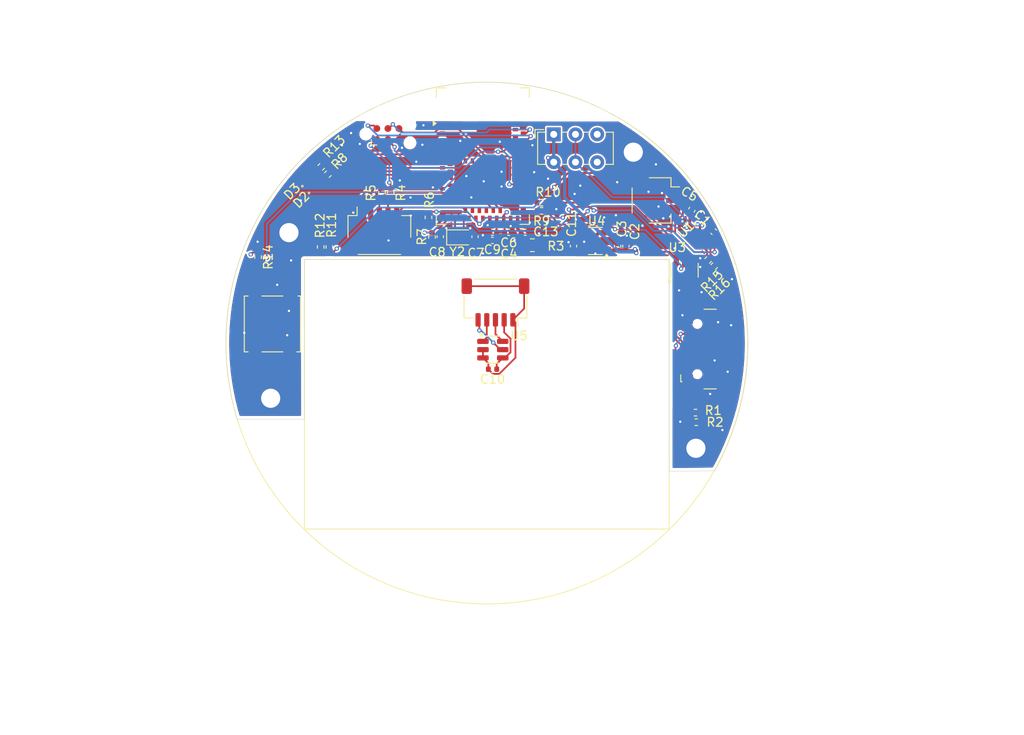
<source format=kicad_pcb>
(kicad_pcb (version 20241229) (generator "pcbnew") (generator_version "9.0")
  (layers (0 "F.Cu" signal) (4 "In1.Cu" signal) (6 "In2.Cu" signal) (2 "B.Cu" signal) (13 "F.Paste" user) (15 "B.Paste" user) (5 "F.SilkS" user "F.Silkscreen") (7 "B.SilkS" user "B.Silkscreen") (1 "F.Mask" user) (3 "B.Mask" user) (25 "Edge.Cuts" user))
  (net 0 "")
  (net 1 "VBUS")
  (net 2 "GND")
  (net 3 "Net-(SW1-A)")
  (net 4 "VBAT")
  (net 5 "VCC")
  (net 6 "GND1")
  (net 7 "+3V3")
  (net 8 "Net-(J1-CC2)")
  (net 9 "Net-(J1-D--PadA7)")
  (net 10 "Net-(J1-CC1)")
  (net 12 "Net-(J1-D+-PadA6)")
  (net 14 "/TEMP")
  (net 15 "Net-(U2-P0.01)")
  (net 16 "/SWCLK")
  (net 17 "/SWDIO")
  (net 18 "/NRST")
  (net 19 "/SCL1")
  (net 20 "/SDA1")
  (net 21 "/INT1")
  (net 22 "/SDA")
  (net 23 "/SCL")
  (net 24 "/INT")
  (net 25 "/STAT2")
  (net 26 "/STAT1")
  (net 27 "/USB_D+")
  (net 28 "/USB_D-")
  (net 30 "Net-(U1-ISET)")
  (net 31 "Net-(U2-P0.00)")
  (net 32 "Net-(D2-A)")
  (net 33 "Net-(D3-A)")
  (net 34 "/SWO")
  (net 35 "Net-(U1-ILIM{slash}VSET)")
  (net 37 "Net-(U2-P1.15)")
  (net 38 "/VDIV")
  (net 39 "Net-(U2-P1.10)")
  (net 40 "/SWITCH")
  (net 54 "Net-(U2-VBUS)")
  (net 78 "Net-(R9-Pad1)")
  (net 79 "Net-(R10-Pad1)")
  (net 81 "Net-(SW1-4)")
  (footprint "MountingHole:MountingHole_2.2mm_M2_DIN965_Pad" (layer "F.Cu") (at 125.65 137.3)
    (property "Reference" "H4" (hide yes))
    (property "Value" "MountingHole_Pad" (hide yes))
  )
  (footprint "Resistor_SMD:R_0402_1005Metric" (layer "F.Cu") (at 82.560625 104.939376 45)
    (property "Reference" "R13")
    (property "Value" "4.7k" (hide yes))
  )
  (footprint "Resistor_SMD:R_0402_1005Metric" (layer "F.Cu") (at 125.69 134.299999)
    (property "Reference" "R2")
    (property "Value" "5.1k" (hide yes))
  )
  (footprint "MountingHole:MountingHole_2.2mm_M2_DIN965_Pad" (layer "F.Cu") (at 78.85 112.5)
    (property "Reference" "H1" (hide yes))
    (property "Value" "MountingHole_Pad" (hide yes))
  )
  (footprint "Capacitor_SMD:C_0402_1005Metric" (layer "F.Cu") (at 117.6 114.05 90)
    (property "Reference" "C2")
    (property "Value" "4.7uF" (hide yes))
  )
  (footprint "Crystal:Crystal_SMD_2012-2Pin_2.0x1.2mm" (layer "F.Cu") (at 98.25 113.05)
    (property "Reference" "Y2")
    (property "Value" "32.768khz" (hide yes))
  )
  (footprint "Resistor_SMD:R_0402_1005Metric" (layer "F.Cu") (at 90.55 107.924999 -90)
    (property "Reference" "R4")
    (property "Value" "4.7k" (hide yes))
  )
  (footprint "Capacitor_SMD:C_0402_1005Metric" (layer "F.Cu") (at 100.25 112.97 -90)
    (property "Reference" "C7")
    (property "Value" "12pF" (hide yes))
  )
  (footprint "Connector_JST:JST_SH_SM03B-SRSS-TB_1x03-1MP_P1.00mm_Horizontal" (layer "F.Cu") (at 121 108.799999 -90)
    (property "Reference" "J2" (hide yes))
    (property "Value" "Conn_01x03_MountingPin" (hide yes))
  )
  (footprint "Connector_JST:JST_SH_SM05B-SRSS-TB_1x05-1MP_P1.00mm_Horizontal" (layer "F.Cu") (at 102.6 120.53125 180)
    (property "Reference" "J4" (hide yes))
    (property "Value" "Conn_01x05_MountingPin" (hide yes))
  )
  (footprint "Connector_JST:JST_SH_SM05B-SRSS-TB_1x05-1MP_P1.00mm_Horizontal" (layer "F.Cu") (at 89.25 112.324999)
    (property "Reference" "J5" (hide yes))
    (property "Value" "Conn_01x05_MountingPin" (hide yes))
  )
  (footprint "MountingHole:MountingHole_2.2mm_M2_DIN965_Pad" (layer "F.Cu") (at 118.45 103.25)
    (property "Reference" "H3" (hide yes))
    (property "Value" "MountingHole_Pad" (hide yes))
  )
  (footprint "Resistor_SMD:R_0402_1005Metric" (layer "F.Cu") (at 125.6 133.2)
    (property "Reference" "R1")
    (property "Value" "5.1k" (hide yes))
  )
  (footprint "Capacitor_SMD:C_0402_1005Metric" (layer "F.Cu") (at 106.025 112.46)
    (property "Reference" "C13")
    (property "Value" "10uF" (hide yes))
  )
  (footprint "Resistor_SMD:R_0402_1005Metric" (layer "F.Cu") (at 83.5 114.15 90)
    (property "Reference" "R11")
    (property "Value" "56k" (hide yes))
  )
  (footprint "Connector:Tag-Connect_TC2030-IDC-NL_2x03_P1.27mm_Vertical" (layer "F.Cu") (at 90.23 101.165)
    (property "Reference" "J3" (hide yes))
    (property "Value" "Conn_ARM_SWD_TagConnect_TC2030-NL" (hide yes))
  )
  (footprint "Resistor_SMD:R_0402_1005Metric" (layer "F.Cu") (at 82.5 114.15 -90)
    (property "Reference" "R12")
    (property "Value" "100k" (hide yes))
  )
  (footprint "LED_SMD:LED_0402_1005Metric" (layer "F.Cu") (at 81.164195 106.385809 45)
    (property "Reference" "D3")
    (property "Value" "LED" (hide yes))
  )
  (footprint "Resistor_SMD:R_0402_1005Metric" (layer "F.Cu") (at 127.75 116.35 -135)
    (property "Reference" "R16")
    (property "Value" "18k" (hide yes))
  )
  (footprint "Resistor_SMD:R_0805_2012Metric" (layer "F.Cu") (at 106.8375 113.95 180)
    (property "Reference" "R3")
    (property "Value" "4.7R" (hide yes))
  )
  (footprint "Capacitor_SMD:C_0402_1005Metric" (layer "F.Cu") (at 102.245 112.46 180)
    (property "Reference" "C9")
    (property "Value" "0.1uF" (hide yes))
  )
  (footprint "Resistor_SMD:R_0402_1005Metric" (layer "F.Cu") (at 89.55 107.924999 -90)
    (property "Reference" "R5")
    (property "Value" "4.7k" (hide yes))
  )
  (footprint "Capacitor_SMD:C_0402_1005Metric" (layer "F.Cu") (at 127.689411 112.389411 135)
    (property "Reference" "C1")
    (property "Value" "1uf" (hide yes))
  )
  (footprint "LED_SMD:LED_0402_1005Metric" (layer "F.Cu") (at 81.928306 107.171703 45)
    (property "Reference" "D2")
    (property "Value" "LED" (hide yes))
  )
  (footprint "Button_Switch_SMD:SW_Push_1P1T_NO_CK_KSC6xxG" (layer "F.Cu") (at 76.95 123 90)
    (property "Reference" "SW2" (hide yes))
    (property "Value" "SW_Push" (hide yes))
  )
  (footprint "Capacitor_SMD:C_0402_1005Metric" (layer "F.Cu") (at 102.2625 128.20625 180)
    (property "Reference" "C10")
    (property "Value" "0.1uF" (hide yes))
  )
  (footprint "MountingHole:MountingHole_2.2mm_M2_DIN965_Pad" (layer "F.Cu") (at 76.75 131.55)
    (property "Reference" "H2" (hide yes))
    (property "Value" "MountingHole_Pad" (hide yes))
  )
  (footprint "Capacitor_SMD:C_0402_1005Metric" (layer "F.Cu") (at 125.189069 109.860006 60)
    (property "Reference" "C5")
    (property "Value" "4.7uF" (hide yes))
  )
  (footprint "Resistor_SMD:R_0402_1005Metric" (layer "F.Cu") (at 83.321252 105.778754 45)
    (property "Reference" "R8")
    (property "Value" "4.7k" (hide yes))
  )
  (footprint "FCU2025Lib:IC_BQ25185DLHR" (layer "F.Cu") (at 126.323228 113.441851 -45)
    (property "Reference" "U1")
    (property "Value" "BQ25185DLHR" (hide yes))
  )
  (footprint "Capacitor_SMD:C_0402_1005Metric" (layer "F.Cu") (at 104.125 112.46)
    (property "Reference" "C6")
    (property "Value" "0.1uF" (hide yes))
  )
  (footprint "Connector_USB:USB_C_Receptacle_GCT_USB4110" (layer "F.Cu") (at 128.425 125.89 90)
    (property "Reference" "J1" (hide yes))
    (property "Value" "USB_C_Receptacle_USB2.0_16P" (hide yes))
  )
  (footprint "Resistor_SMD:R_0402_1005Metric" (layer "F.Cu") (at 95.3 113 90)
    (property "Reference" "R7")
    (property "Value" "10k" (hide yes))
  )
  (footprint "RF_Module:Raytac_MDBT50Q" (layer "F.Cu") (at 101.15 103.7)
    (property "Reference" "U2" (hide yes))
    (property "Value" "MDBT50Q-1MV2" (hide yes))
  )
  (footprint "Capacitor_SMD:C_0402_1005Metric" (layer "F.Cu") (at 102.25 113.4 180)
    (property "Reference" "C4")
    (property "Value" "10uF" (hide yes))
  )
  (footprint "Resistor_SMD:R_0402_1005Metric" (layer "F.Cu") (at 107.890003 109.049999 180)
    (property "Reference" "R10")
    (property "Value" "22" (hide yes))
  )
  (footprint "Capacitor_SMD:C_0402_1005Metric" (layer "F.Cu") (at 96.249997 112.970001 -90)
    (property "Reference" "C8")
    (property "Value" "12pF" (hide yes))
  )
  (footprint "Resistor_SMD:R_0402_1005Metric" (layer "F.Cu") (at 94.9 110.75 90)
    (property "Reference" "R6")
    (property "Value" "10k" (hide yes))
  )
  (footprint "Package_TO_SOT_SMD:TSOT-23-5" (layer "F.Cu") (at 114.0875 113.4625 180)
    (property "Reference" "U4")
    (property "Value" "TPS7A02DBV" (hide yes))
  )
  (footprint "Resistor_SMD:R_0402_1005Metric" (layer "F.Cu") (at 127.05 115.65 -135)
    (property "Reference" "R15")
    (property "Value" "1.2k" (hide yes))
  )
  (footprint "Resistor_SMD:R_0402_1005Metric" (layer "F.Cu") (at 75.3 115.31 -90)
    (property "Reference" "R14")
    (property "Value" "56k" (hide yes))
  )
  (footprint "Button_Switch_THT:SW_E-Switch_EG1271_SPDT" (layer "F.Cu") (at 109.3 101.2)
    (property "Reference" "SW1" (hide yes))
    (property "Value" "SW_SPDT" (hide yes))
  )
  (footprint "Resistor_SMD:R_0402_1005Metric" (layer "F.Cu") (at 107.9 110 180)
    (property "Reference" "R9")
    (property "Value" "22" (hide yes))
  )
  (footprint "Package_TO_SOT_SMD:SOT-23-6" (layer "F.Cu") (at 102.3 125.95625)
    (property "Reference" "U5")
    (property "Value" "TMAG5173A1QDBVRQ1" (hide yes))
  )
  (footprint "Package_TO_SOT_SMD:SOT-23-6" (layer "F.Cu") (at 124.350001 116.823126 90)
    (property "Reference" "U3")
    (property "Value" "WE-TVS-82400102" (hide yes))
  )
  (footprint "Capacitor_SMD:C_0402_1005Metric" (layer "F.Cu") (at 111.575 114.05 90)
    (property "Reference" "C11")
    (property "Value" "4.7uF" (hide yes))
  )
  (footprint "Capacitor_SMD:C_0402_1005Metric" (layer "F.Cu") (at 116.65 114.05 90)
    (property "Reference" "C3")
    (property "Value" "1uf" (hide yes))
  )
  (gr_rect (start 80.636978 115.6) (end 122.575 146.587215) (stroke (width 0.1)) (fill no) (layer "F.SilkS"))
  (gr_circle (center 101.6 125.2) (end 131.6 125.2) (stroke (width 0.1)) (fill no) (layer "F.SilkS"))
  (gr_line (start 80.626789 133.952307) (end 72.9 133.952521) (stroke (width 0.05)) (layer "Edge.Cuts"))
  (gr_arc (start 72.9 133.952521) (mid 104.851715 95.377462) (end 127.821163 139.889839) (stroke (width 0.05)) (layer "Edge.Cuts"))
  (gr_line (start 122.575 115.587213) (end 122.59464 139.950288) (stroke (width 0.05)) (layer "Edge.Cuts"))
  (gr_line (start 80.611978 115.587213) (end 122.575 115.587213) (stroke (width 0.05)) (layer "Edge.Cuts"))
  (gr_line (start 127.821163 139.889839) (end 122.6 139.95) (stroke (width 0.05)) (layer "Edge.Cuts"))
  (gr_line (start 80.626789 133.952307) (end 80.611978 115.587213) (stroke (width 0.05)) (layer "Edge.Cuts"))
  (segment (start 111 111.9) (end 108.95 113.95) (width 0.2) (layer "F.Cu") (net 1))
  (segment (start 127.631376 113.126268) (end 128.028822 112.728822) (width 0.2) (layer "F.Cu") (net 1))
  (segment (start 128.762545 114.7498) (end 128.762545 117.75) (width 0.32) (layer "F.Cu") (net 1))
  (segment (start 127.631376 113.618631) (end 127.631376 113.126268) (width 0.2) (layer "F.Cu") (net 1))
  (segment (start 125.072002 117.070126) (end 127.044599 117.070126) (width 0.2) (layer "F.Cu") (net 1))
  (segment (start 116.35 112.1) (end 116.15 111.9) (width 0.2) (layer "F.Cu") (net 1))
  (segment (start 124.350001 115.685626) (end 124.350001 116.249999) (width 0.2) (layer "F.Cu") (net 1))
  (segment (start 124.350001 115.685626) (end 124.350001 116.348125) (width 0.2) (layer "F.Cu") (net 1))
  (segment (start 126.65 121.022226) (end 126.65 123.65) (width 0.32) (layer "F.Cu") (net 1))
  (segment (start 124.350001 116.348125) (end 125.072002 117.070126) (width 0.2) (layer "F.Cu") (net 1))
  (segment (start 128.762545 117.75) (end 128.762545 118.909681) (width 0.32) (layer "F.Cu") (net 1))
  (segment (start 116.15 111.9) (end 111 111.9) (width 0.2) (layer "F.Cu") (net 1))
  (segment (start 128.762545 118.909681) (end 126.65 121.022226) (width 0.32) (layer "F.Cu") (net 1))
  (segment (start 127.631376 113.618631) (end 128.762545 114.7498) (width 0.32) (layer "F.Cu") (net 1))
  (segment (start 127.724473 117.75) (end 128.762545 117.75) (width 0.2) (layer "F.Cu") (net 1))
  (segment (start 127.044599 117.070126) (end 127.724473 117.75) (width 0.2) (layer "F.Cu") (net 1))
  (segment (start 108.95 113.95) (end 107.75 113.95) (width 0.2) (layer "F.Cu") (net 1))
  (segment (start 127.631376 113.618631) (end 127.694323 113.618631) (width 0.2) (layer "F.Cu") (net 1))
  (segment (start 124.350001 116.249999) (end 123.95 116.65) (width 0.2) (layer "F.Cu") (net 1))
  (via (at 116.35 112.1) (size 0.5) (drill 0.26) (layers "F.Cu" "B.Cu") (net 1))
  (via (at 123.95 116.65) (size 0.5) (drill 0.26) (layers "F.Cu" "B.Cu") (net 1))
  (segment (start 123.95 116.280334) (end 119.854666 112.185) (width 0.2) (layer "B.Cu") (net 1))
  (segment (start 116.435 112.185) (end 116.35 112.1) (width 0.2) (layer "B.Cu") (net 1))
  (segment (start 123.95 116.65) (end 123.95 116.280334) (width 0.2) (layer "B.Cu") (net 1))
  (segment (start 119.854666 112.185) (end 116.435 112.185) (width 0.2) (layer "B.Cu") (net 1))
  (segment (start 124.2 112.8) (end 124.55 112.8) (width 0.2) (layer "F.Cu") (net 2))
  (segment (start 101.49 112.46) (end 101.15 112.8) (width 0.2) (layer "F.Cu") (net 2))
  (segment (start 96.459999 112.490001) (end 96.95 112) (width 0.2) (layer "F.Cu") (net 2))
  (segment (start 117 113.1) (end 116.675 113.425) (width 0.32) (layer "F.Cu") (net 2))
  (segment (start 117.7 113.3) (end 117.675 113.325) (width 0.32) (layer "F.Cu") (net 2))
  (segment (start 111.575 113.77) (end 111.17 113.77) (width 0.32) (layer "F.Cu") (net 2))
  (segment (start 117 112.85) (end 117 113.1) (width 0.32) (layer "F.Cu") (net 2))
  (segment (start 87.25 110.324999) (end 86.374999 110.324999) (width 0.2) (layer "F.Cu") (net 2))
  (segment (start 96.35 110.85) (end 96.25 110.85) (width 0.2) (layer "F.Cu") (net 2))
  (segment (start 124.55 112.8) (end 125.015071 113.265071) (width 0.2) (layer "F.Cu") (net 2))
  (segment (start 96.25 110.85) (end 95.85 111.25) (width 0.2) (layer "F.Cu") (net 2))
  (segment (start 100.19 112.49) (end 99.7 112) (width 0.2) (layer "F.Cu") (net 2))
  (segment (start 96.249997 112.490001) (end 96.459999 112.490001) (width 0.2) (layer "F.Cu") (net 2))
  (segment (start 125.015071 113.265071) (end 125.01508 113.265071) (width 0.2) (layer "F.Cu") (net 2))
  (segment (start 111.17 113.77) (end 111 113.6) (width 0.32) (layer "F.Cu") (net 2))
  (segment (start 100.25 112.49) (end 100.19 112.49) (width 0.2) (layer "F.Cu") (net 2))
  (segment (start 86.374999 110.324999) (end 86.25 110.2) (width 0.2) (layer "F.Cu") (net 2))
  (segment (start 117.7 112.85) (end 117.7 113.3) (width 0.32) (layer "F.Cu") (net 2))
  (segment (start 117.675 113.325) (end 117.675 113.89) (width 0.32) (layer "F.Cu") (net 2))
  (segment (start 101.765 112.46) (end 101.49 112.46) (width 0.2) (layer "F.Cu") (net 2))
  (segment (start 116.675 113.425) (end 116.675 113.900001) (width 0.32) (layer "F.Cu") (net 2))
  (via (at 92.832443 108.456008) (size 0.5) (drill 0.26) (layers "F.Cu" "B.Cu") (net 2))
  (via (at 121.75 107.95) (size 0.5) (drill 0.26) (layers "F.Cu" "B.Cu") (net 2))
  (via (at 95.85 111.25) (size 0.5) (drill 0.26) (layers "F.Cu" "B.Cu") (net 2))
  (via (at 96.95 112) (size 0.5) (drill 0.26) (layers "F.Cu" "B.Cu") (net 2))
  (via (at 84.6 104.35) (size 0.5) (drill 0.26) (layers "F.Cu" "B.Cu") (net 2))
  (via (at 126.3 119.35) (size 0.5) (drill 0.26) (layers "F.Cu" "B.Cu") (net 2))
  (via (at 129.3 128.5) (size 0.5) (drill 0.26) (layers "F.Cu" "B.Cu") (net 2))
  (via (at 114.0875 114.912499) (size 0.5) (drill 0.26) (layers "F.Cu" "B.Cu") (net 2))
  (via (at 129.8 117.85) (size 0.5) (drill 0.26) (layers "F.Cu" "B.Cu") (net 2))
  (via (at 103.1 102.05) (size 0.5) (drill 0.26) (layers "F.Cu" "B.Cu") (net 2))
  (via (at 78.65 124.3) (size 0.5) (drill 0.26) (layers "F.Cu" "B.Cu") (net 2))
  (via (at 106.85 102.45) (size 0.5) (drill 0.26) (layers "F.Cu" "B.Cu") (net 2))
  (via (at 94.319408 100.153709) (size 0.5) (drill 0.26) (layers "F.Cu" "B.Cu") (net 2))
  (via (at 101.15 114.9) (size 0.5) (drill 0.26) (layers "F.Cu" "B.Cu") (net 2))
  (via (at 109.55 108.3) (size 0.5) (drill 0.26) (layers "F.Cu" "B.Cu") (net 2))
  (via (at 112.35 107.1) (size 0.5) (drill 0.26) (layers "F.Cu" "B.Cu") (net 2))
  (via (at 92.860003 110.539998) (size 0.5) (drill 0.26) (layers "F.Cu" "B.Cu") (net 2))
  (via (at 99.7 112) (size 0.5) (drill 0.26) (layers "F.Cu" "B.Cu") (net 2))
  (via (at 122.7 110.65) (size 0.5) (drill 0.26) (layers "F.Cu" "B.Cu") (net 2))
  (via (at 122.5 111.8) (size 0.5) (drill 0.26) (layers "F.Cu" "B.Cu") (net 2))
  (via (at 106.55 111.35) (size 0.5) (drill 0.26) (layers "F.Cu" "B.Cu") (net 2))
  (via (at 115.1 110.75) (size 0.5) (drill 0.26) (layers "F.Cu" "B.Cu") (net 2))
  (via (at 75.25 113.55) (size 0.5) (drill 0.26) (layers "F.Cu" "B.Cu") (net 2))
  (via (at 129.7 123.15) (size 0.5) (drill 0.26) (layers "F.Cu" "B.Cu") (net 2))
  (via (at 127.8 127.2) (size 0.5) (drill 0.26) (layers "F.Cu" "B.Cu") (net 2))
  (via (at 84.95 102.45) (size 0.5) (drill 0.26) (layers "F.Cu" "B.Cu") (net 2))
  (via (at 123.716214 119.143259) (size 0.5) (drill 0.26) (layers "F.Cu" "B.Cu") (net 2))
  (via (at 87 102.3) (size 0.5) (drill 0.26) (layers "F.Cu" "B.Cu") (net 2))
  (via (at 91.85 102.75) (size 0.5) (drill 0.26) (layers "F.Cu" "B.Cu") (net 2))
  (via (at 79.1 115.7) (size 0.5) (drill 0.26) (layers "F.Cu" "B.Cu") (net 2))
  (via (at 111.7 108.05) (size 0.5) (drill 0.26) (layers "F.Cu" "B.Cu") (net 2))
  (via (at 111 113.6) (size 0.5) (drill 0.26) (layers "F.Cu" "B.Cu") (net 2))
  (via (at 98.55 101.95) (size 0.5) (drill 0.26) (layers "F.Cu" "B.Cu") (net 2))
  (via (at 108.65 106.3) (size 0.5) (drill 0.26) (layers "F.Cu" "B.Cu") (net 2))
  (via (at 123.2 114.3) (size 0.5) (drill 0.26) (layers "F.Cu" "B.Cu") (net 2))
  (via (at 103.3 105.5) (size 0.5) (drill 0.26) (layers "F.Cu" "B.Cu") (net 2))
  (via (at 123.85 134.25) (size 0.5) (drill 0.26) (layers "F.Cu" "B.Cu") (net 2))
  (via (at 107.6 112.6) (size 0.5) (drill 0.26) (layers "F.Cu" "B.Cu") (net 2))
  (via (at 111.85 111) (size 0.5) (drill 0.26) (layers "F.Cu" "B.Cu") (net 2))
  (via (at 86.25 110.2) (size 0.5) (drill 0.26) (layers "F.Cu" "B.Cu") (net 2))
  (via (at 128.1 117.1) (size 0.5) (drill 0.26) (layers "F.Cu" "B.Cu") (net 2))
  (via (at 127.285 131.05) (size 0.5) (drill 0.26) (layers "F.Cu" "B.Cu") (net 2))
  (via (at 121.9 110.85) (size 0.5) (drill 0.26) (layers "F.Cu" "B.Cu") (net 2))
  (via (at 103.3 107.2) (size 0.5) (drill 0.26) (layers "F.Cu" "B.Cu") (net 2))
  (via (at 126.25 110.1) (size 0.5) (drill 0.26) (layers "F.Cu" "B.Cu") (net 2))
  (via (at 116.6 106.7) (size 0.5) (drill 0.26) (layers "F.Cu" "B.Cu") (net 2))
  (via (at 77.5 118.5) (size 0.5) (drill 0.26) (layers "F.Cu" "B.Cu") (net 2))
  (via (at 95.4 107.3) (size 0.5) (drill 0.26) (layers "F.Cu" "B.Cu") (net 2))
  (via (at 101.25 106.6) (size 0.5) (drill 0.26) (layers "F.Cu" "B.Cu") (net 2))
  (via (at 104.8 113.35) (size 0.5) (drill 0.26) (layers "F.Cu" "B.Cu") (net 2))
  (via (at 73.714999 124.026086) (size 0.5) (drill 0.26) (layers "F.Cu" "B.Cu") (net 2))
  (via (at 80.2 108.8) (size 0.5) (drill 0.26) (layers "F.Cu" "B.Cu") (net 2))
  (via (at 108.5 111.4) (size 0.5) (drill 0.26) (layers "F.Cu" "B.Cu") (net 2))
  (via (at 107.05 105.55) (size 0.5) (drill 0.26) (layers "F.Cu" "B.Cu") (net 2))
  (via (at 101.7 111.65) (size 0.5) (drill 0.26) (layers "F.Cu" "B.Cu") (net 2))
  (via (at 104.35 111.75) (size 0.5) (drill 0.26) (layers "F.Cu" "B.Cu") (net 2))
  (via (at 116.45 110.5) (size 0.5) (drill 0.26) (layers "F.Cu" "B.Cu") (net 2))
  (via (at 94.191848 102.39608) (size 0.5) (drill 0.26) (layers "F.Cu" "B.Cu") (net 2))
  (via (at 99.821391 108.449294) (size 0.5) (drill 0.26) (layers "F.Cu" "B.Cu") (net 2))
  (via (at 128.2 122.8) (size 0.5) (drill 0.26) (layers "F.Cu" "B.Cu") (net 2))
  (via (at 91.6 106.5) (size 0.5) (drill 0.26) (layers "F.Cu" "B.Cu") (net 2))
  (via (at 86 101.05) (size 0.5) (drill 0.26) (layers "F.Cu" "B.Cu") (net 2))
  (via (at 126.15 115.45) (size 0.5) (drill 0.26) (layers "F.Cu" "B.Cu") (net 2))
  (via (at 121.35 109.5) (size 0.5) (drill 0.26) (layers "F.Cu" "B.Cu") (net 2))
  (via (at 112.8 113.55) (size 0.5) (drill 0.26) (layers "F.Cu" "B.Cu") (net 2))
  (via (at 121.05 104.65) (size 0.5) (drill 0.26) (layers "F.Cu" "B.Cu") (net 2))
  (via (at 109.6 109.8) (size 0.5) (drill 0.26) (layers "F.Cu" "B.Cu") (net 2))
  (via (at 125.1 108.3) (size 0.5) (drill 0.26) (layers "F.Cu" "B.Cu") (net 2))
  (via (at 90.3 113.4) (size 0.5) (drill 0.26) (layers "F.Cu" "B.Cu") (net 2))
  (via (at 124.1 111.2) (size 0.5) (drill 0.26) (layers "F.Cu" "B.Cu") (net 2))
  (via (at 120.2 107.8) (size 0.5) (drill 0.26) (layers "F.Cu" "B.Cu") (net 2))
  (via (at 117 112.85) (size 0.5) (drill 0.26) (layers "F.Cu" "B.Cu") (net 2))
  (via (at 128.7 135.2) (size 0.5) (drill 0.26) (layers "F.Cu" "B.Cu") (net 2))
  (via (at 117.7 112.85) (size 0.5) (drill 0.26) (layers "F.Cu" "B.Cu") (net 2))
  (via (at 125.65 110.65) (size 0.5) (drill 0.26) (layers "F.Cu" "B.Cu") (net 2))
  (via (at 126.95 110.95) (size 0.5) (drill 0.26) (layers "F.Cu" "B.Cu") (net 2))
  (via (at 124.1 122) (size 0.5) (drill 0.26) (layers "F.Cu" "B.Cu") (net 2))
  (via (at 99.25 106) (size 0.5) (drill 0.26) (layers "F.Cu" "B.Cu") (net 2))
  (via (at 78.85 121.5) (size 0.5) (drill 0.26) (layers "F.Cu" "B.Cu") (net 2))
  (via (at 124.2 112.8) (size 0.5) (drill 0.26) (layers "F.Cu" "B.Cu") (net 2))
  (via (at 93.5 104.35) (size 0.5) (drill 0.26) (layers "F.Cu" "B.Cu") (net 2))
  (via (at 119.5 111.7) (size 0.5) (drill 0.26) (layers "F.Cu" "B.Cu") (net 2))
  (via (at 101.15 112.8) (size 0.5) (drill 0.26) (layers "F.Cu" "B.Cu") (net 2))
  (via (at 126.15 116.45) (size 0.5) (drill 0.26) (layers "F.Cu" "B.Cu") (net 2))
  (segment (start 114.2345 114.084499) (end 114.2345 112.7655) (width 0.4) (layer "F.Cu") (net 3))
  (segment (start 118.8 114.85) (end 118.8 114.55) (width 0.4) (layer "F.Cu") (net 3))
  (segment (start 114.4875 112.5125) (end 115.225 112.5125) (width 0.4) (layer "F.Cu") (net 3))
  (segment (start 114.2345 112.7655) (end 114.4875 112.5125) (width 0.4) (layer "F.Cu") (net 3))
  (segment (start 114.562501 114.4125) (end 114.2345 114.084499) (width 0.4) (layer "F.Cu") (net 3))
  (segment (start 115.225 114.4125) (end 114.562501 114.4125) (width 0.4) (layer "F.Cu") (net 3))
  (segment (start 116.65 114.53) (end 115.3425 114.53) (width 0.4) (layer "F.Cu") (net 3))
  (segment (start 118.8 114.55) (end 118.65 114.4) (width 0.4) (layer "F.Cu") (net 3))
  (segment (start 118.45 114.6) (end 117.67 114.6) (width 0.4) (layer "F.Cu") (net 3))
  (segment (start 117.6 114.53) (end 116.65 114.53) (width 0.4) (layer "F.Cu") (net 3))
  (segment (start 117.67 114.6) (end 117.6 114.53) (width 0.4) (layer "F.Cu") (net 3))
  (segment (start 115.3425 114.53) (end 115.225 114.4125) (width 0.4) (layer "F.Cu") (net 3))
  (segment (start 118.65 114.4) (end 118.45 114.6) (width 0.4) (layer "F.Cu") (net 3))
  (via (at 118.8 114.85) (size 0.5) (drill 0.26) (layers "F.Cu" "B.Cu") (net 3))
  (via (at 108.65 103.9) (size 0.5) (drill 0.26) (layers "F.Cu" "B.Cu") (net 3))
  (via (at 118.65 114.4) (size 0.5) (drill 0.26) (layers "F.Cu" "B.Cu") (net 3))
  (segment (start 118.45 114.7) (end 118.45 114.6) (width 0.4) (layer "B.Cu") (net 3))
  (segment (start 110.55 105.65) (end 109.3 104.4) (width 0.4) (layer "B.Cu") (net 3))
  (segment (start 110.55 108.45) (end 110.55 105.65) (width 0.4) (layer "B.Cu") (net 3))
  (segment (start 116.8 114.7) (end 118.45 114.7) (width 0.4) (layer "B.Cu") (net 3))
  (segment (start 118.65 114.7) (end 118.8 114.85) (width 0.4) (layer "B.Cu") (net 3))
  (segment (start 118.45 114.7) (end 118.65 114.7) (width 0.4) (layer "B.Cu") (net 3))
  (segment (start 110.55 108.45) (end 116.8 114.7) (width 0.4) (layer "B.Cu") (net 3))
  (segment (start 109.3 104.4) (end 109.3 101.2) (width 0.4) (layer "B.Cu") (net 3))
  (segment (start 118.45 114.6) (end 118.65 114.4) (width 0.4) (layer "B.Cu") (net 3))
  (segment (start 83.499999 114.66) (end 84.04 114.66) (width 0.2) (layer "F.Cu") (net 4))
  (segment (start 120.85 105.65) (end 123 107.8) (width 0.2) (layer "F.Cu") (net 4))
  (segment (start 123.774999 107.8) (end 123 107.8) (width 0.32) (layer "F.Cu") (net 4))
  (segment (start 124.75 110.076629) (end 124.75 108.775001) (width 0.32) (layer "F.Cu") (net 4))
  (segment (start 124.949069 110.275698) (end 124.949069 111.502006) (width 0.32) (layer "F.Cu") (net 4))
  (segment (start 84.04 114.66) (end 84.35 114.35) (width 0.2) (layer "F.Cu") (net 4))
  (segment (start 124.949069 111.502006) (end 125.863608 112.416545) (width 0.32) (layer "F.Cu") (net 4))
  (segment (start 109.35 107.25) (end 110.95 105.65) (width 0.2) (layer "F.Cu") (net 4))
  (segment (start 124.75 108.775001) (end 123.774999 107.8) (width 0.32) (layer "F.Cu") (net 4))
  (segment (start 110.95 105.65) (end 120.85 105.65) (width 0.2) (layer "F.Cu") (net 4))
  (segment (start 124.949069 110.275698) (end 124.75 110.076629) (width 0.32) (layer "F.Cu") (net 4))
  (via (at 109.35 107.25) (size 0.5) (drill 0.26) (layers "F.Cu" "B.Cu") (net 4))
  (via (at 84.35 114.35) (size 0.5) (drill 0.26) (layers "F.Cu" "B.Cu") (net 4))
  (segment (start 84.35 114.35) (end 89.085 109.615) (width 0.2) (layer "B.Cu") (net 4))
  (segment (start 89.085 109.615) (end 106.985 109.615) (width 0.2) (layer "B.Cu") (net 4))
  (segment (start 106.985 109.615) (end 109.35 107.25) (width 0.2) (layer "B.Cu") (net 4))
  (segment (start 104.328 126.266978) (end 103.688728 126.90625) (width 0.2) (layer "F.Cu") (net 5))
  (segment (start 103.688728 126.90625) (end 103.4375 126.90625) (width 0.2) (layer "F.Cu") (net 5))
  (segment (start 102.7425 128.20625) (end 102.7425 127.60125) (width 0.2) (layer "F.Cu") (net 5))
  (segment (start 103.6 122.53125) (end 103.6 123.967522) (width 0.2) (layer "F.Cu") (net 5))
  (segment (start 102.7425 127.60125) (end 103.4375 126.90625) (width 0.2) (layer "F.Cu") (net 5))
  (segment (start 103.6 123.967522) (end 104.328 124.695522) (width 0.2) (layer "F.Cu") (net 5))
  (segment (start 104.328 124.695522) (end 104.328 126.266978) (width 0.2) (layer "F.Cu") (net 5))
  (segment (start 103.038812 128.74425) (end 104.9 126.883062) (width 0.2) (layer "F.Cu") (net 6))
  (segment (start 101.1625 125.95625) (end 101.1625 126.90625) (width 0.2) (layer "F.Cu") (net 6))
  (segment (start 104.9 126.883062) (end 104.9 122.83125) (width 0.2) (layer "F.Cu") (net 6))
  (segment (start 101.7825 128.20625) (end 102.3205 128.74425) (width 0.2) (layer "F.Cu") (net 6))
  (segment (start 104.9 122.83125) (end 104.6 122.53125) (width 0.2) (layer "F.Cu") (net 6))
  (segment (start 102.3205 128.74425) (end 103.038812 128.74425) (width 0.2) (layer "F.Cu") (net 6))
  (segment (start 101.7825 128.20625) (end 101.7825 127.52625) (width 0.2) (layer "F.Cu") (net 6))
  (segment (start 101.7825 127.52625) (end 101.1625 126.90625) (width 0.2) (layer "F.Cu") (net 6))
  (segment (start 105.9 121.23125) (end 104.6 122.53125) (width 0.2) (layer "F.Cu") (net 6))
  (segment (start 105.9 118.65625) (end 99.3 118.65625) (width 0.2) (layer "F.Cu") (net 6))
  (segment (start 105.9 118.65625) (end 105.9 121.23125) (width 0.2) (layer "F.Cu") (net 6))
  (segment (start 111.167 114.938) (end 111.575 114.53) (width 0.32) (layer "F.Cu") (net 7))
  (segment (start 89.550001 107.414999) (end 90.550001 107.414999) (width 0.4) (layer "F.Cu") (net 7))
  (segment (start 95.239999 113.45) (end 95.299999 113.51) (width 0.2) (layer "F.Cu") (net 7))
  (segment (start 95.842636 114.052637) (end 95.299999 113.51) (width 0.32) (layer "F.Cu") (net 7))
  (segment (start 111.575 114.53) (end 112.8325 114.53) (width 0.32) (layer "F.Cu") (net 7))
  (segment (start 94.227999 111.26) (end 94.899999 111.26) (width 0.32) (layer "F.Cu") (net 7))
  (segment (start 103.55 110.85) (end 103.55 110.5) (width 0.2) (layer "F.Cu") (net 7))
  (segment (start 102.73 113.4) (end 102.73 112.465) (width 0.2) (layer "F.Cu") (net 7))
  (segment (start 88.250001 108.714999) (end 89.550001 107.414999) (width 0.32) (layer "F.Cu") (net 7))
  (segment (start 94.709999 111.45) (end 88.600003 111.45) (width 0.32) (layer "F.Cu") (net 7))
  (segment (start 88.250001 111.099998) (end 88.250001 110.324999) (width 0.32) (layer "F.Cu") (net 7))
  (segment (start 93.905 113.505) (end 93.905 111.582999) (width 0.32) (layer "F.Cu") (net 7))
  (segment (start 93.905 111.582999) (end 94.227999 111.26) (width 0.32) (layer "F.Cu") (net 7))
  (segment (start 94.452637 114.052637) (end 93.905 113.505) (width 0.32) (layer "F.Cu") (net 7))
  (segment (start 102.725 112.46) (end 102.725 110.875) (width 0.2) (layer "F.Cu") (net 7))
  (segment (start 104.547363 114.052637) (end 95.842636 114.052637) (width 0.32) (layer "F.Cu") (net 7))
  (segment (start 103.645 110.945) (end 103.55 110.85) (width 0.2) (layer "F.Cu") (net 7))
  (segment (start 88.600003 111.45) (end 88.250001 111.099998) (width 0.32) (layer "F.Cu") (net 7))
  (segment (start 88.26 102.5) (end 88.96 101.8) (width 0.2) (layer "F.Cu") (net 7))
  (segment (start 103.645 112.46) (end 102.725 112.46) (width 0.2) (layer "F.Cu") (net 7))
  (segment (start 105.432726 114.938) (end 111.167 114.938) (width 0.32) (layer "F.Cu") (net 7))
  (segment (start 94.899999 111.26) (end 94.709999 111.45) (width 0.32) (layer "F.Cu") (net 7))
  (segment (start 74.650001 114.8) (end 74.450001 115) (width 0.2) (layer "F.Cu") (net 7))
  (segment (start 102.73 112.465) (end 102.725 112.46) (width 0.2) (layer "F.Cu") (net 7))
  (segment (start 102.725 110.875) (end 102.75 110.85) (width 0.2) (layer "F.Cu") (net 7))
  (segment (start 95.842636 114.052637) (end 94.452637 114.052637) (width 0.32) (layer "F.Cu") (net 7))
  (segment (start 88.250001 110.324999) (end 88.250001 108.714999) (width 0.32) (layer "F.Cu") (net 7))
  (segment (start 90.550001 106.900001) (end 90.4 106.75) (width 0.2) (layer "F.Cu") (net 7))
  (segment (start 75.300001 114.8) (end 74.650001 114.8) (width 0.2) (layer "F.Cu") (net 7))
  (segment (start 103.645 112.46) (end 103.645 110.945) (width 0.2) (layer "F.Cu") (net 7))
  (segment (start 88.25 102.5) (end 88.26 102.5) (width 0.2) (layer "F.Cu") (net 7))
  (segment (start 104.547363 114.052637) (end 103.645 113.150274) (width 0.32) (layer "F.Cu") (net 7))
  (segment (start 103.645 113.150274) (end 103.645 112.46) (width 0.32) (layer "F.Cu") (net 7))
  (segment (start 103.55 110.5) (end 103.9 110.15) (width 0.2) (layer "F.Cu") (net 7))
  (segment (start 90.550001 107.414999) (end 90.550001 106.900001) (width 0.2) (layer "F.Cu") (net 7))
  (segment (start 105.432726 114.938) (end 104.547363 114.052637) (width 0.32) (layer "F.Cu") (net 7))
  (via (at 90.4 106.75) (size 0.5) (drill 0.26) (layers "F.Cu" "B.Cu") (net 7))
  (via (at 103.9 110.15) (size 0.5) (drill 0.26) (layers "F.Cu" "B.Cu") (net 7))
  (via (at 74.450001 115) (size 0.5) (drill 0.26) (layers "F.Cu" "B.Cu") (net 7))
  (via (at 88.25 102.5) (size 0.5) (drill 0.26) (layers "F.Cu" "B.Cu") (net 7))
  (segment (start 90.4 104.65) (end 88.25 102.5) (width 0.2) (layer "B.Cu") (net 7))
  (segment (start 90.4 106.75) (end 90.4 104.65) (width 0.2) (layer "B.Cu") (net 7))
  (segment (start 123.91 124.14) (end 123.9 124.15) (width 0.2) (layer "F.Cu") (net 8))
  (segment (start 123.354876 125.511894) (end 123.3 125.56677) (width 0.2) (layer "F.Cu") (net 8))
  (segment (start 123.3 125.56677) (end 123.3 132.419998) (width 0.2) (layer "F.Cu") (net 8))
  (segment (start 123.3 132.419998) (end 125.18 134.299998) (width 0.2) (layer "F.Cu") (net 8))
  (segment (start 124.745 124.14) (end 123.91 124.14) (width 0.2) (layer "F.Cu") (net 8))
  (segment (start 124.267701 124.14) (end 124.745 124.14) (width 0.2) (layer "F.Cu") (net 8))
  (via (at 123.354876 125.511894) (size 0.5) (drill 0.26) (layers "F.Cu" "B.Cu") (net 8))
  (via (at 123.9 124.15) (size 0.5) (drill 0.26) (layers "F.Cu" "B.Cu") (net 8))
  (segment (start 123.9 124.75) (end 123.9 124.15) (width 0.2) (layer "B.Cu") (net 8))
  (segment (start 123.354876 125.511894) (end 123.354876 125.295124) (width 0.2) (layer "B.Cu") (net 8))
  (segment (start 123.354876 125.295124) (end 123.9 124.75) (width 0.2) (layer "B.Cu") (net 8))
  (segment (start 123.942 126.342586) (end 124.239414 126.64) (width 0.2) (layer "F.Cu") (net 9))
  (segment (start 124.170001 125.64) (end 124.745 125.64) (width 0.2) (layer "F.Cu") (net 9))
  (segment (start 123.400002 117.960624) (end 123.087 118.273626) (width 0.2) (layer "F.Cu") (net 9))
  (segment (start 123.942 125.868001) (end 123.942 126.342586) (width 0.2) (layer "F.Cu") (net 9))
  (segment (start 123.087 124.556999) (end 124.170001 125.64) (width 0.2) (layer "F.Cu") (net 9))
  (segment (start 124.170001 125.64) (end 123.942 125.868001) (width 0.2) (layer "F.Cu") (net 9))
  (segment (start 123.087 118.273626) (end 123.087 124.556999) (width 0.2) (layer "F.Cu") (net 9))
  (segment (start 124.239414 126.64) (end 124.745 126.64) (width 0.2) (layer "F.Cu") (net 9))
  (segment (start 123.942 132.051999) (end 123.942 127.368002) (width 0.2) (layer "F.Cu") (net 10))
  (segment (start 123.942 127.368002) (end 124.170002 127.14) (width 0.2) (layer "F.Cu") (net 10))
  (segment (start 124.2677 127.14) (end 124.745001 127.14) (width 0.2) (layer "F.Cu") (net 10))
  (segment (start 125.09 133.199999) (end 123.942 132.051999) (width 0.2) (layer "F.Cu") (net 10))
  (segment (start 124.170002 127.14) (end 124.745001 127.14) (width 0.2) (layer "F.Cu") (net 10))
  (segment (start 125.3 118.4) (end 125.3 117.960626) (width 0.2) (layer "F.Cu") (net 12))
  (segment (start 124.170001 125.14) (end 123.415 124.384999) (width 0.2) (layer "F.Cu") (net 12))
  (segment (start 125.548 125.911999) (end 125.319999 126.14) (width 0.2) (layer "F.Cu") (net 12))
  (segment (start 124.745 125.14) (end 125.250586 125.14) (width 0.2) (layer "F.Cu") (net 12))
  (segment (start 125.319999 126.14) (end 124.745 126.14) (width 0.2) (layer "F.Cu") (net 12))
  (segment (start 125.250586 125.14) (end 125.548 125.437414) (width 0.2) (layer "F.Cu") (net 12))
  (segment (start 123.415 120.285) (end 125.3 118.4) (width 0.2) (layer "F.Cu") (net 12))
  (segment (start 125.548 125.437414) (end 125.548 125.911999) (width 0.2) (layer "F.Cu") (net 12))
  (segment (start 124.745 125.14) (end 124.170001 125.14) (width 0.2) (layer "F.Cu") (net 12))
  (segment (start 123.415 124.384999) (end 123.415 120.285) (width 0.2) (layer "F.Cu") (net 12))
  (segment (start 123.271117 111.4) (end 123.271117 111.305924) (width 0.2) (layer "F.Cu") (net 14))
  (segment (start 123.271117 111.328883) (end 124.15 110.45) (width 0.2) (layer "F.Cu") (net 14))
  (segment (start 123.271117 111.4) (end 123.271117 111.328883) (width 0.2) (layer "F.Cu") (net 14))
  (segment (start 124.15 110.45) (end 124.15 109.5) (width 0.2) (layer "F.Cu") (net 14))
  (segment (start 124.15 109.5) (end 123.449999 108.799999) (width 0.2) (layer "F.Cu") (net 14))
  (segment (start 123.449999 108.799999) (end 123 108.799999) (width 0.2) (layer "F.Cu") (net 14))
  (segment (start 126.5 114.75) (end 125.45 114.75) (width 0.2) (layer "F.Cu") (net 14))
  (segment (start 125.45 114.75) (end 123.271117 112.571117) (width 0.2) (layer "F.Cu") (net 14))
  (segment (start 123.271117 112.571117) (end 123.271117 111.4) (width 0.2) (layer "F.Cu") (net 14))
  (segment (start 98.95 113.05) (end 98.95 111.05) (width 0.2) (layer "F.Cu") (net 15))
  (segment (start 98.95 111.05) (end 98.75 110.85) (width 0.2) (layer "F.Cu") (net 15))
  (segment (start 99.35 113.45) (end 98.95 113.05) (width 0.2) (layer "F.Cu") (net 15))
  (segment (start 100.25 113.45) (end 99.35 113.45) (width 0.2) (layer "F.Cu") (net 15))
  (segment (start 105.800001 101.05) (end 106.15 101.05) (width 0.2) (layer "F.Cu") (net 16))
  (segment (start 90.32 100.53) (end 90.8 100.05) (width 0.2) (layer "F.Cu") (net 16))
  (segment (start 105.802701 101.0473) (end 105.800001 101.05) (width 0.2) (layer "F.Cu") (net 16))
  (segment (start 90.23 100.53) (end 90.32 100.53) (width 0.2) (layer "F.Cu") (net 16))
  (segment (start 106.15 101.05) (end 106.55 100.65) (width 0.2) (layer "F.Cu") (net 16))
  (via (at 90.8 100.05) (size 0.5) (drill 0.26) (layers "F.Cu" "B.Cu") (net 16))
  (via (at 106.55 100.65) (size 0.5) (drill 0.26) (layers "F.Cu" "B.Cu") (net 16))
  (segment (start 101.579544 100.9993) (end 101.928844 100.65) (width 0.2) (layer "B.Cu") (net 16))
  (segment (start 91.7493 100.9993) (end 101.579544 100.9993) (width 0.2) (layer "B.Cu") (net 16))
  (segment (start 90.8 100.05) (end 91.7493 100.9993) (width 0.2) (layer "B.Cu") (net 16))
  (segment (start 101.928844 100.65) (end 106.55 100.65) (width 0.2) (layer "B.Cu") (net 16))
  (segment (start 88.96 100.53) (end 88.621022 100.191022) (width 0.2) (layer "F.Cu") (net 17))
  (segment (start 106.2 101.85) (end 105.8 101.85) (width 0.2) (layer "F.Cu") (net 17))
  (segment (start 106.65 101.4) (end 106.2 101.85) (width 0.2) (layer "F.Cu") (net 17))
  (segment (start 88.621022 100.191022) (end 87.913536 100.191022) (width 0.2) (layer "F.Cu") (net 17))
  (via (at 87.913536 100.191022) (size 0.5) (drill 0.26) (layers "F.Cu" "B.Cu") (net 17))
  (via (at 106.65 101.4) (size 0.5) (drill 0.26) (layers "F.Cu" "B.Cu") (net 17))
  (segment (start 89.058206 101.3307) (end 106.5807 101.3307) (width 0.2) (layer "B.Cu") (net 17))
  (segment (start 106.5807 101.3307) (end 106.65 101.4) (width 0.2) (layer "B.Cu") (net 17))
  (segment (start 87.913536 100.191022) (end 87.918528 100.191022) (width 0.2) (layer "B.Cu") (net 17))
  (segment (start 87.918528 100.191022) (end 89.058206 101.3307) (width 0.2) (layer "B.Cu") (net 17))
  (segment (start 104.8 106.95) (end 104.9 107.05) (width 0.2) (layer "F.Cu") (net 18))
  (segment (start 90.23 101.88) (end 91 102.65) (width 0.2) (layer "F.Cu") (net 18))
  (segment (start 104.2 106.95) (end 104.8 106.95) (width 0.2) (layer "F.Cu") (net 18))
  (segment (start 90.23 101.8) (end 90.23 101.88) (width 0.2) (layer "F.Cu") (net 18))
  (via (at 104.2 106.95) (size 0.5) (drill 0.26) (layers "F.Cu" "B.Cu") (net 18))
  (via (at 91 102.65) (size 0.5) (drill 0.26) (layers "F.Cu" "B.Cu") (net 18))
  (segment (start 104.2 103.814106) (end 104.2 106.95) (width 0.2) (layer "B.Cu") (net 18))
  (segment (start 93 105.05) (end 91 103.05) (width 0.2) (layer "B.Cu") (net 18))
  (segment (start 103.100894 102.715) (end 104.2 103.814106) (width 0.2) (layer "B.Cu") (net 18))
  (segment (start 98.4 105.05) (end 93 105.05) (width 0.2) (layer "B.Cu") (net 18))
  (segment (start 98.4 105.05) (end 100.735 102.715) (width 0.2) (layer "B.Cu") (net 18))
  (segment (start 91 103.05) (end 91 102.65) (width 0.2) (layer "B.Cu") (net 18))
  (segment (start 100.735 102.715) (end 103.100894 102.715) (width 0.2) (layer "B.Cu") (net 18))
  (segment (start 101.6 122.53125) (end 101.6 124.56875) (width 0.2) (layer "F.Cu") (net 19))
  (segment (start 101.6 124.56875) (end 101.1625 125.00625) (width 0.2) (layer "F.Cu") (net 19))
  (segment (start 102.6 122.53125) (end 102.6 124.16875) (width 0.2) (layer "F.Cu") (net 20))
  (segment (start 102.6 124.16875) (end 103.4375 125.00625) (width 0.2) (layer "F.Cu") (net 20))
  (segment (start 100.75 123.75) (end 100.75 122.68125) (width 0.2) (layer "F.Cu") (net 21))
  (segment (start 100.75 122.68125) (end 100.6 122.53125) (width 0.2) (layer "F.Cu") (net 21))
  (segment (start 103.4375 125.95625) (end 103.15625 125.95625) (width 0.2) (layer "F.Cu") (net 21))
  (segment (start 103.15625 125.95625) (end 102.35 125.15) (width 0.2) (layer "F.Cu") (net 21))
  (via (at 102.35 125.15) (size 0.5) (drill 0.26) (layers "F.Cu" "B.Cu") (net 21))
  (via (at 100.75 123.75) (size 0.5) (drill 0.26) (layers "F.Cu" "B.Cu") (net 21))
  (segment (start 102.35 125.15) (end 100.95 123.75) (width 0.2) (layer "B.Cu") (net 21))
  (segment (start 100.95 123.75) (end 100.75 123.75) (width 0.2) (layer "B.Cu") (net 21))
  (segment (start 89.25 110.324999) (end 89.25 108.734998) (width 0.2) (layer "F.Cu") (net 22))
  (segment (start 89.25 108.734998) (end 89.549999 108.434999) (width 0.2) (layer "F.Cu") (net 22))
  (segment (start 90.047999 107.936999) (end 101.236999 107.936999) (width 0.2) (layer "F.Cu") (net 22))
  (segment (start 103.15 109.85) (end 103.15 109.95) (width 0.2) (layer "F.Cu") (net 22))
  (segment (start 89.549999 108.434999) (end 90.047999 107.936999) (width 0.2) (layer "F.Cu") (net 22))
  (segment (start 101.236999 107.936999) (end 103.15 109.85) (width 0.2) (layer "F.Cu") (net 22))
  (segment (start 90.250001 108.734997) (end 90.549999 108.434999) (width 0.2) (layer "F.Cu") (net 23))
  (segment (start 90.549999 108.434999) (end 91.065 108.95) (width 0.2) (layer "F.Cu") (net 23))
  (segment (start 91.065 108.95) (end 101.450001 108.95) (width 0.2) (layer "F.Cu") (net 23))
  (segment (start 101.450001 108.95) (end 102.350001 109.85) (width 0.2) (layer "F.Cu") (net 23))
  (segment (start 90.250001 110.325) (end 90.250001 108.734997) (width 0.2) (layer "F.Cu") (net 23))
  (segment (start 102.350001 109.85) (end 102.350001 109.95) (width 0.2) (layer "F.Cu") (net 23))
  (segment (start 91.25 110.324999) (end 91.959999 109.615) (width 0.2) (layer "F.Cu") (net 24))
  (segment (start 91.959999 109.615) (end 98.815 109.615) (width 0.2) (layer "F.Cu") (net 24))
  (segment (start 98.815 109.615) (end 99.15 109.95) (width 0.2) (layer "F.Cu") (net 24))
  (segment (start 113.2 110.05) (end 112.85 110.4) (width 0.2) (layer "F.Cu") (net 25))
  (segment (start 124.831377 111.95) (end 124.6 111.95) (width 0.2) (layer "F.Cu") (net 25))
  (segment (start 125.580766 112.699389) (end 124.831377 111.95) (width 0.2) (layer "F.Cu") (net 25))
  (segment (start 100.35 111.1) (end 100.75 111.5) (width 0.2) (layer "F.Cu") (net 25))
  (segment (start 112.85 110.4) (end 110.734003 110.4) (width 0.2) (layer "F.Cu") (net 25))
  (segment (start 100.35 110.85) (end 100.35 111.1) (width 0.2) (layer "F.Cu") (net 25))
  (segment (start 110.734003 110.4) (end 110.35 110.784003) (width 0.2) (layer "F.Cu") (net 25))
  (segment (start 95.8 110.1) (end 95.040001 110.1) (width 0.2) (layer "F.Cu") (net 25))
  (segment (start 95.040001 110.1) (end 94.900001 110.24) (width 0.2) (layer "F.Cu") (net 25))
  (via (at 110.35 110.784003) (size 0.5) (drill 0.26) (layers "F.Cu" "B.Cu") (net 25))
  (via (at 95.8 110.1) (size 0.5) (drill 0.26) (layers "F.Cu" "B.Cu") (net 25))
  (via (at 124.6 111.95) (size 0.5) (drill 0.26) (layers "F.Cu" "B.Cu") (net 25))
  (via (at 100.75 111.5) (size 0.5) (drill 0.26) (layers "F.Cu" "B.Cu") (net 25))
  (via (at 113.2 110.05) (size 0.5) (drill 0.26) (layers "F.Cu" "B.Cu") (net 25))
  (segment (start 113.699106 109.465) (end 113.2 109.964106) (width 0.2) (layer "B.Cu") (net 25))
  (segment (start 118.414756 109.465) (end 113.699106 109.465) (width 0.2) (layer "B.Cu") (net 25))
  (segment (start 101.465997 110.784003) (end 100.75 111.5) (width 0.2) (layer "B.Cu") (net 25))
  (segment (start 122.167947 111.267947) (end 122.100894 111.335) (width 0.2) (layer "B.Cu") (net 25))
  (segment (start 100.75 111.5) (end 99.35 110.1) (width 0.2) (layer "B.Cu") (net 25))
  (segment (start 123.335894 111.95) (end 122.653841 111.267947) (width 0.2) (layer "B.Cu") (net 25))
  (segment (start 110.35 110.784003) (end 101.465997 110.784003) (width 0.2) (layer "B.Cu") (net 25))
  (segment (start 124.6 111.95) (end 123.335894 111.95) (width 0.2) (layer "B.Cu") (net 25))
  (segment (start 99.35 110.1) (end 95.8 110.1) (width 0.2) (layer "B.Cu") (net 25))
  (segment (start 122.653841 111.267947) (end 122.167947 111.267947) (width 0.2) (layer "B.Cu") (net 25))
  (segment (start 120.284756 111.335) (end 118.414756 109.465) (width 0.2) (layer "B.Cu") (net 25))
  (segment (start 122.100894 111.335) (end 120.284756 111.335) (width 0.2) (layer "B.Cu") (net 25))
  (segment (start 113.2 109.964106) (end 113.2 110.05) (width 0.2) (layer "B.Cu") (net 25))
  (segment (start 95.808 111.982001) (end 95.300001 112.49) (width 0.2) (layer "F.Cu") (net 26))
  (segment (start 111.901468 109.548532) (end 113.498532 109.548532) (width 0.2) (layer "F.Cu") (net 26))
  (segment (start 113.498532 109.548532) (end 113.9 109.95) (width 0.2) (layer "F.Cu") (net 26))
  (segment (start 97.149999 110.95) (end 96.117998 111.982001) (width 0.2) (layer "F.Cu") (net 26))
  (segment (start 94.46 112.49) (end 94.45 112.5) (width 0.2) (layer "F.Cu") (net 26))
  (segment (start 97.149999 110.85) (end 97.149999 110.95) (width 0.2) (layer "F.Cu") (net 26))
  (segment (start 95.300001 112.49) (end 94.46 112.49) (width 0.2) (layer "F.Cu") (net 26))
  (segment (start 127.8 114.352937) (end 127.8 114.75) (width 0.2) (layer "F.Cu") (net 26))
  (segment (start 111.05 109.85) (end 111.6 109.85) (width 0.2) (layer "F.Cu") (net 26))
  (segment (start 96.117998 111.982001) (end 95.808 111.982001) (width 0.2) (layer "F.Cu") (net 26))
  (segment (start 111.6 109.85) (end 111.901468 109.548532) (width 0.2) (layer "F.Cu") (net 26))
  (segment (start 127.348533 113.90147) (end 127.8 114.352937) (width 0.2) (layer "F.Cu") (net 26))
  (via (at 94.45 112.5) (size 0.5) (drill 0.26) (layers "F.Cu" "B.Cu") (net 26))
  (via (at 111.05 109.85) (size 0.5) (drill 0.26) (layers "F.Cu" "B.Cu") (net 26))
  (via (at 127.8 114.75) (size 0.5) (drill 0.26) (layers "F.Cu" "B.Cu") (net 26))
  (via (at 113.9 109.95) (size 0.5) (drill 0.26) (layers "F.Cu" "B.Cu") (net 26))
  (segment (start 111.05 109.85) (end 111.2 110) (width 0.2) (layer "B.Cu") (net 26))
  (segment (start 111.2 110.619897) (end 109.519897 112.3) (width 0.2) (layer "B.Cu") (net 26))
  (segment (start 96.270894 111.515) (end 95.285894 112.5) (width 0.2) (layer "B.Cu") (net 26))
  (segment (start 99.900894 111.515) (end 96.270894 111.515) (width 0.2) (layer "B.Cu") (net 26))
  (segment (start 107.214106 112.3) (end 100.685894 112.3) (width 0.2) (layer "B.Cu") (net 26))
  (segment (start 107.399106 112.115) (end 107.214106 112.3) (width 0.2) (layer "B.Cu") (net 26))
  (segment (start 125.464106 114.75) (end 122.999106 112.285) (width 0.2) (layer "B.Cu") (net 26))
  (segment (start 120.770894 112.285) (end 118.435894 109.95) (width 0.2) (layer "B.Cu") (net 26))
  (segment (start 109.519897 112.3) (end 107.985894 112.3) (width 0.2) (layer "B.Cu") (net 26))
  (segment (start 95.285894 112.5) (end 94.45 112.5) (width 0.2) (layer "B.Cu") (net 26))
  (segment (start 118.435894 109.95) (end 113.9 109.95) (width 0.2) (layer "B.Cu") (net 26))
  (segment (start 127.8 114.75) (end 125.464106 114.75) (width 0.2) (layer "B.Cu") (net 26))
  (segment (start 107.800894 112.115) (end 107.399106 112.115) (width 0.2) (layer "B.Cu") (net 26))
  (segment (start 107.985894 112.3) (end 107.800894 112.115) (width 0.2) (layer "B.Cu") (net 26))
  (segment (start 111.2 110) (end 111.2 110.619897) (width 0.2) (layer "B.Cu") (net 26))
  (segment (start 100.685894 112.3) (end 99.900894 111.515) (width 0.2) (layer "B.Cu") (net 26))
  (segment (start 122.999106 112.285) (end 120.770894 112.285) (width 0.2) (layer "B.Cu") (net 26))
  (segment (start 107.380006 109.049998) (end 105.800002 109.049998) (width 0.2) (layer "F.Cu") (net 27))
  (segment (start 105.800002 109.049998) (end 105.8 109.05) (width 0.2) (layer "F.Cu") (net 27))
  (segment (start 105.949999 109.999999) (end 105.8 109.85) (width 0.2) (layer "F.Cu") (net 28))
  (segment (start 107.390003 109.999999) (end 105.949999 109.999999) (width 0.2) (layer "F.Cu") (net 28))
  (segment (start 127.410625 115.289376) (end 127.315 115.193751) (width 0.2) (layer "F.Cu") (net 30))
  (segment (start 127.315 115.193751) (end 127.315 114.433623) (width 0.2) (layer "F.Cu") (net 30))
  (segment (start 127.315 114.433623) (end 127.06569 114.184313) (width 0.2) (layer "F.Cu") (net 30))
  (segment (start 97.95 112.65) (end 97.95 110.85) (width 0.2) (layer "F.Cu") (net 31))
  (segment (start 96.249997 113.450001) (end 97.149999 113.450001) (width 0.2) (layer "F.Cu") (net 31))
  (segment (start 97.149999 113.450001) (end 97.55 113.05) (width 0.2) (layer "F.Cu") (net 31))
  (segment (start 97.55 113.05) (end 97.95 112.65) (width 0.2) (layer "F.Cu") (net 31))
  (segment (start 82.960627 106.139378) (end 82.960627 106.139382) (width 0.2) (layer "F.Cu") (net 32))
  (segment (start 82.960627 106.139382) (end 82.271251 106.828758) (width 0.2) (layer "F.Cu") (net 32))
  (segment (start 82.2 105.3) (end 82.2 105.350004) (width 0.2) (layer "F.Cu") (net 33))
  (segment (start 82.2 105.350004) (end 81.50714 106.042864) (width 0.2) (layer "F.Cu") (net 33))
  (segment (start 95.594699 100.9993) (end 95.971999 100.622) (width 0.2) (layer "F.Cu") (net 34))
  (segment (start 91.9693 100.9993) (end 95.594699 100.9993) (width 0.2) (layer "F.Cu") (net 34))
  (segment (start 95.971999 100.622) (end 98.379164 100.622) (width 0.2) (layer "F.Cu") (net 34))
  (segment (start 104.2 103.85) (end 104.899999 103.85) (width 0.2) (layer "F.Cu") (net 34))
  (segment (start 104.849999 103.8) (end 104.899999 103.85) (width 0.2) (layer "F.Cu") (net 34))
  (segment (start 101.479164 103.722) (end 104.072 103.722) (width 0.2) (layer "F.Cu") (net 34))
  (segment (start 98.379164 100.622) (end 101.479164 103.722) (width 0.2) (layer "F.Cu") (net 34))
  (segment (start 104.072 103.722) (end 104.2 103.85) (width 0.2) (layer "F.Cu") (net 34))
  (segment (start 91.5 100.53) (end 91.9693 100.9993) (width 0.2) (layer "F.Cu") (net 34))
  (segment (start 126.806702 115.389731) (end 126.806702 115.119292) (width 0.2) (layer "F.Cu") (net 35))
  (segment (start 126.954967 114.639276) (end 126.782848 114.467157) (width 0.2) (layer "F.Cu") (net 35))
  (segment (start 126.954967 114.971027) (end 126.954967 114.639276) (width 0.2) (layer "F.Cu") (net 35))
  (segment (start 127.406347 115.989376) (end 126.806702 115.389731) (width 0.2) (layer "F.Cu") (net 35))
  (segment (start 128.110625 115.989376) (end 127.406347 115.989376) (width 0.2) (layer "F.Cu") (net 35))
  (segment (start 126.806702 115.119292) (end 126.954967 114.971027) (width 0.2) (layer "F.Cu") (net 35))
  (segment (start 96.5 105.05) (end 84.050007 105.05) (width 0.2) (layer "F.Cu") (net 37))
  (segment (start 84.050007 105.05) (end 83.681877 105.41813) (width 0.2) (layer "F.Cu") (net 37))
  (segment (start 83.500001 113.64) (end 83.500001 112.014105) (width 0.2) (layer "F.Cu") (net 38))
  (segment (start 89.664106 105.85) (end 96.5 105.85) (width 0.2) (layer "F.Cu") (net 38))
  (segment (start 83.500001 112.014105) (end 89.664106 105.85) (width 0.2) (layer "F.Cu") (net 38))
  (segment (start 82.510006 113.64) (end 82.500002 113.650004) (width 0.2) (layer "F.Cu") (net 38))
  (segment (start 83.550001 113.64) (end 82.510006 113.64) (width 0.2) (layer "F.Cu") (net 38))
  (segment (start 84.000002 103.5) (end 94.85 103.5) (width 0.2) (layer "F.Cu") (net 39))
  (segment (start 82.92125 104.578752) (end 84.000002 103.5) (width 0.2) (layer "F.Cu") (net 39))
  (segment (start 94.85 103.5) (end 96.5 101.85) (width 0.2) (layer "F.Cu") (net 39))
  (segment (start 104.45 102.25) (end 104.9 102.25) (width 0.2) (layer "F.Cu") (net 40))
  (segment (start 75.880001 115.82) (end 76.300001 115.4) (width 0.2) (layer "F.Cu") (net 40))
  (segment (start 75.299999 115.82) (end 75.880001 115.82) (width 0.2) (layer "F.Cu") (net 40))
  (segment (start 102.9 103.2) (end 103.5 103.2) (width 0.2) (layer "F.Cu") (net 40))
  (segment (start 74.949999 118.550003) (end 74.950001 118.550001) (width 0.2) (layer "F.Cu") (net 40))
  (segment (start 74.950001 118.550001) (end 74.950001 116.169998) (width 0.2) (layer "F.Cu") (net 40))
  (segment (start 74.950001 116.169998) (end 75.299999 115.82) (width 0.2) (layer "F.Cu") (net 40))
  (segment (start 103.5 103.2) (end 104.45 102.25) (width 0.2) (layer "F.Cu") (net 40))
  (segment (start 74.949999 127.45) (end 74.949999 118.550003) (width 0.2) (layer "F.Cu") (net 40))
  (via (at 76.300001 115.4) (size 0.5) (drill 0.26) (layers "F.Cu" "B.Cu") (net 40))
  (via (at 102.9 103.2) (size 0.5) (drill 0.26) (layers "F.Cu" "B.Cu") (net 40))
  (segment (start 76.300001 111.5) (end 76.300001 111.450001) (width 0.2) (layer "B.Cu") (net 40))
  (segment (start 102.9 103.2) (end 100.95 103.2) (width 0.2) (layer "B.Cu") (net 40))
  (segment (start 100.95 103.2) (end 96.3 107.85) (width 0.2) (layer "B.Cu") (net 40))
  (segment (start 79.950001 107.85) (end 76.300001 111.5) (width 0.2) (layer "B.Cu") (net 40))
  (segment (start 96.3 107.85) (end 79.950001 107.85) (width 0.2) (layer "B.Cu") (net 40))
  (segment (start 76.300001 115.4) (end 76.300001 111.5) (width 0.2) (layer "B.Cu") (net 40))
  (segment (start 105.925 113.95) (end 105.925 112.84) (width 0.32) (layer "F.Cu") (net 54))
  (segment (start 105.545 112.46) (end 105.150001 112.065001) (width 0.32) (layer "F.Cu") (net 54))
  (segment (start 105.150001 112.065001) (end 105.150001 110.85) (width 0.32) (layer "F.Cu") (net 54))
  (segment (start 105.925 112.84) (end 105.545 112.46) (width 0.32) (layer "F.Cu") (net 54))
  (segment (start 123.400002 115.685626) (end 123.400002 115.500002) (width 0.2) (layer "F.Cu") (net 78))
  (segment (start 123.400002 115.500002) (end 122.6 114.7) (width 0.2) (layer "F.Cu") (net 78))
  (segment (start 117.31945 111.56945) (end 109.979446 111.56945) (width 0.2) (layer "F.Cu") (net 78))
  (segment (start 122.6 114.7) (end 120.45 114.7) (width 0.2) (layer "F.Cu") (net 78))
  (segment (start 120.45 114.7) (end 117.31945 111.56945) (width 0.2) (layer "F.Cu") (net 78))
  (segment (start 109.979446 111.56945) (end 108.409997 110.000001) (width 0.2) (layer "F.Cu") (net 78))
  (segment (start 118.768044 109.05) (end 108.4 109.05) (width 0.2) (layer "F.Cu") (net 79))
  (segment (start 122.650603 112.785) (end 122.503044 112.785) (width 0.2) (layer "F.Cu") (net 79))
  (segment (start 122.503044 112.785) (end 118.768044 109.05) (width 0.2) (layer "F.Cu") (net 79))
  (segment (start 125.3 115.685628) (end 125.3 115.434397) (width 0.2) (layer "F.Cu") (net 79))
  (segment (start 125.3 115.434397) (end 122.650603 112.785) (width 0.2) (layer "F.Cu") (net 79))
  (segment (start 126.146456 112.133702) (end 126.146456 111.886083) (width 0.2) (layer "F.Cu") (net 81))
  (segment (start 126.146456 112.133702) (end 126.146456 111.846456) (width 0.2) (layer "F.Cu") (net 81))
  (segment (start 126.146456 111.846456) (end 125.85 111.55) (width 0.2) (layer "F.Cu") (net 81))
  (segment (start 126.146456 111.886083) (end 126.356348 111.676191) (width 0.2) (layer "F.Cu") (net 81))
  (via (at 126.356348 111.676191) (size 0.5) (drill 0.26) (layers "F.Cu" "B.Cu") (net 81))
  (via (at 125.85 111.55) (size 0.5) (drill 0.26) (layers "F.Cu" "B.Cu") (net 81))
  (segment (start 116.035 108.435) (end 113.05 105.45) (width 0.2) (layer "B.Cu") (net 81))
  (segment (start 125.85 111.55) (end 125.85 111.626191) (width 0.2) (layer "B.Cu") (net 81))
  (segment (start 126.356348 111.676191) (end 125.9 111.676191) (width 0.2) (layer "B.Cu") (net 81))
  (segment (start 112.85 105.45) (end 111.8 104.4) (width 0.2) (layer "B.Cu") (net 81))
  (segment (start 125.85 111.626191) (end 125.9 111.676191) (width 0.2) (layer "B.Cu") (net 81))
  (segment (start 122.020894 108.435) (end 116.035 108.435) (width 0.2) (layer "B.Cu") (net 81))
  (segment (start 113.05 105.45) (end 112.85 105.45) (width 0.2) (layer "B.Cu") (net 81))
  (segment (start 125.262085 111.676191) (end 122.020894 108.435) (width 0.2) (layer "B.Cu") (net 81))
  (segment (start 111.8 104.4) (end 111.8 101.2) (width 0.2) (layer "B.Cu") (net 81))
  (segment (start 125.9 111.676191) (end 125.262085 111.676191) (width 0.2) (layer "B.Cu") (net 81))
  (zone (net 1) (net_name "VBUS") (layer "F.Cu") (priority 1) (connect_pads yes (clearance 0)) (min_thickness 0.2) (fill yes (thermal_gap 0.5) (thermal_bridge_width 0.5))
    (polygon (pts (xy 123.975 123.09) (xy 127.075 123.09) (xy 127.075 128.74) (xy 123.975 128.74)))
  )
  (zone (net 2) (net_name "GND") (layers "F.Cu" "B.Cu" "In1.Cu") (connect_pads yes (clearance 0.2)) (min_thickness 0.2) (fill yes (thermal_gap 0.5) (thermal_bridge_width 0.5))
    (polygon (pts (xy 54.95 85.75) (xy 163.4 86) (xy 151.6 168.35) (xy 48.25 165.4) (xy 54.8 85.75)))
  )
  (zone (net 0) (net_name "") (layers "F.Cu" "B.Cu" "In1.Cu" "In2.Cu") (connect_pads yes (clearance 0)) (min_thickness 0.2)
    (keepout (tracks not_allowed) (vias not_allowed) (pads allowed) (copperpour not_allowed) (footprints allowed))
    (fill (thermal_gap 0.5) (thermal_bridge_width 0.5))
    (polygon (pts (xy 122.049996 94.384311) (xy 82.549996 94.384311) (xy 82.549996 99.684311) (xy 122.049996 99.738199)))
  )
)
</source>
